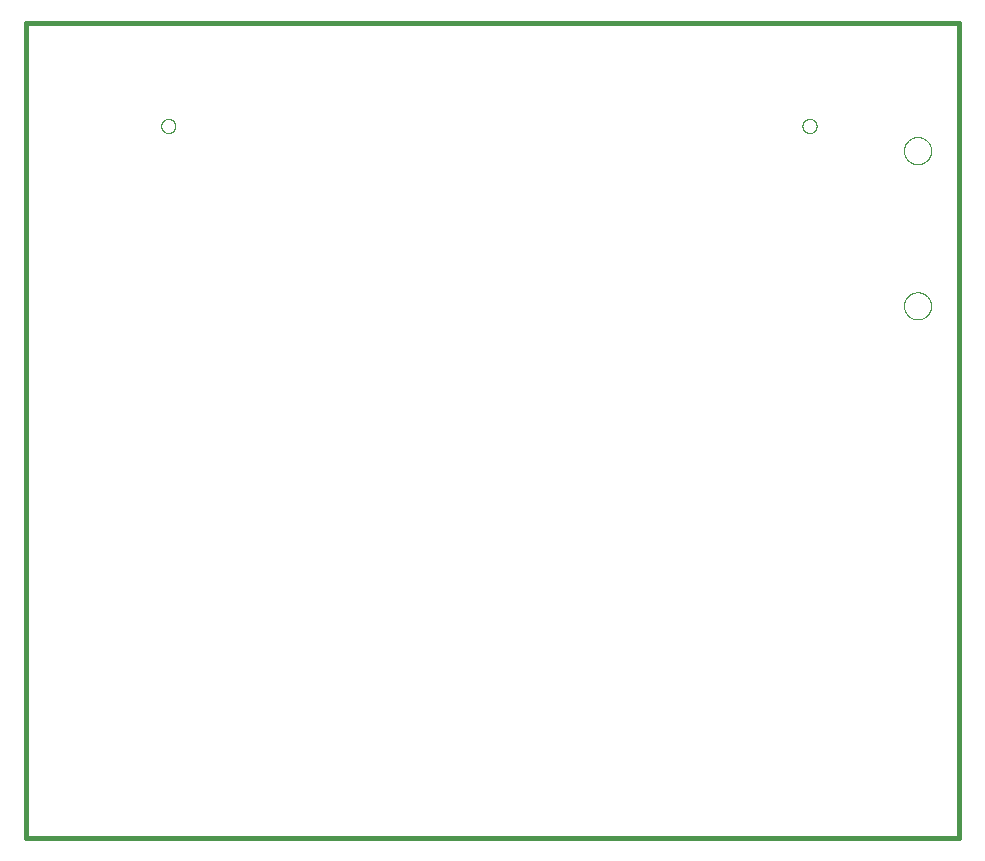
<source format=gko>
G75*
%MOIN*%
%OFA0B0*%
%FSLAX25Y25*%
%IPPOS*%
%LPD*%
%AMOC8*
5,1,8,0,0,1.08239X$1,22.5*
%
%ADD10C,0.01600*%
%ADD11C,0.00000*%
D10*
X0001800Y0001800D02*
X0001800Y0273454D01*
X0312824Y0273454D01*
X0312824Y0001800D01*
X0001800Y0001800D01*
D11*
X0046918Y0239167D02*
X0046920Y0239264D01*
X0046926Y0239361D01*
X0046936Y0239457D01*
X0046950Y0239553D01*
X0046968Y0239649D01*
X0046989Y0239743D01*
X0047015Y0239837D01*
X0047044Y0239929D01*
X0047078Y0240020D01*
X0047114Y0240110D01*
X0047155Y0240198D01*
X0047199Y0240284D01*
X0047247Y0240369D01*
X0047298Y0240451D01*
X0047352Y0240532D01*
X0047410Y0240610D01*
X0047471Y0240685D01*
X0047534Y0240758D01*
X0047601Y0240829D01*
X0047671Y0240896D01*
X0047743Y0240961D01*
X0047818Y0241022D01*
X0047896Y0241081D01*
X0047975Y0241136D01*
X0048057Y0241188D01*
X0048141Y0241236D01*
X0048227Y0241281D01*
X0048315Y0241323D01*
X0048404Y0241361D01*
X0048495Y0241395D01*
X0048587Y0241425D01*
X0048680Y0241452D01*
X0048775Y0241474D01*
X0048870Y0241493D01*
X0048966Y0241508D01*
X0049062Y0241519D01*
X0049159Y0241526D01*
X0049256Y0241529D01*
X0049353Y0241528D01*
X0049450Y0241523D01*
X0049546Y0241514D01*
X0049642Y0241501D01*
X0049738Y0241484D01*
X0049833Y0241463D01*
X0049926Y0241439D01*
X0050019Y0241410D01*
X0050111Y0241378D01*
X0050201Y0241342D01*
X0050289Y0241303D01*
X0050376Y0241259D01*
X0050461Y0241213D01*
X0050544Y0241162D01*
X0050625Y0241109D01*
X0050703Y0241052D01*
X0050780Y0240992D01*
X0050853Y0240929D01*
X0050924Y0240863D01*
X0050992Y0240794D01*
X0051058Y0240722D01*
X0051120Y0240648D01*
X0051179Y0240571D01*
X0051235Y0240492D01*
X0051288Y0240410D01*
X0051338Y0240327D01*
X0051383Y0240241D01*
X0051426Y0240154D01*
X0051465Y0240065D01*
X0051500Y0239975D01*
X0051531Y0239883D01*
X0051558Y0239790D01*
X0051582Y0239696D01*
X0051602Y0239601D01*
X0051618Y0239505D01*
X0051630Y0239409D01*
X0051638Y0239312D01*
X0051642Y0239215D01*
X0051642Y0239119D01*
X0051638Y0239022D01*
X0051630Y0238925D01*
X0051618Y0238829D01*
X0051602Y0238733D01*
X0051582Y0238638D01*
X0051558Y0238544D01*
X0051531Y0238451D01*
X0051500Y0238359D01*
X0051465Y0238269D01*
X0051426Y0238180D01*
X0051383Y0238093D01*
X0051338Y0238007D01*
X0051288Y0237924D01*
X0051235Y0237842D01*
X0051179Y0237763D01*
X0051120Y0237686D01*
X0051058Y0237612D01*
X0050992Y0237540D01*
X0050924Y0237471D01*
X0050853Y0237405D01*
X0050780Y0237342D01*
X0050703Y0237282D01*
X0050625Y0237225D01*
X0050544Y0237172D01*
X0050461Y0237121D01*
X0050376Y0237075D01*
X0050289Y0237031D01*
X0050201Y0236992D01*
X0050111Y0236956D01*
X0050019Y0236924D01*
X0049926Y0236895D01*
X0049833Y0236871D01*
X0049738Y0236850D01*
X0049642Y0236833D01*
X0049546Y0236820D01*
X0049450Y0236811D01*
X0049353Y0236806D01*
X0049256Y0236805D01*
X0049159Y0236808D01*
X0049062Y0236815D01*
X0048966Y0236826D01*
X0048870Y0236841D01*
X0048775Y0236860D01*
X0048680Y0236882D01*
X0048587Y0236909D01*
X0048495Y0236939D01*
X0048404Y0236973D01*
X0048315Y0237011D01*
X0048227Y0237053D01*
X0048141Y0237098D01*
X0048057Y0237146D01*
X0047975Y0237198D01*
X0047896Y0237253D01*
X0047818Y0237312D01*
X0047743Y0237373D01*
X0047671Y0237438D01*
X0047601Y0237505D01*
X0047534Y0237576D01*
X0047471Y0237649D01*
X0047410Y0237724D01*
X0047352Y0237802D01*
X0047298Y0237883D01*
X0047247Y0237965D01*
X0047199Y0238050D01*
X0047155Y0238136D01*
X0047114Y0238224D01*
X0047078Y0238314D01*
X0047044Y0238405D01*
X0047015Y0238497D01*
X0046989Y0238591D01*
X0046968Y0238685D01*
X0046950Y0238781D01*
X0046936Y0238877D01*
X0046926Y0238973D01*
X0046920Y0239070D01*
X0046918Y0239167D01*
X0260658Y0239167D02*
X0260660Y0239264D01*
X0260666Y0239361D01*
X0260676Y0239457D01*
X0260690Y0239553D01*
X0260708Y0239649D01*
X0260729Y0239743D01*
X0260755Y0239837D01*
X0260784Y0239929D01*
X0260818Y0240020D01*
X0260854Y0240110D01*
X0260895Y0240198D01*
X0260939Y0240284D01*
X0260987Y0240369D01*
X0261038Y0240451D01*
X0261092Y0240532D01*
X0261150Y0240610D01*
X0261211Y0240685D01*
X0261274Y0240758D01*
X0261341Y0240829D01*
X0261411Y0240896D01*
X0261483Y0240961D01*
X0261558Y0241022D01*
X0261636Y0241081D01*
X0261715Y0241136D01*
X0261797Y0241188D01*
X0261881Y0241236D01*
X0261967Y0241281D01*
X0262055Y0241323D01*
X0262144Y0241361D01*
X0262235Y0241395D01*
X0262327Y0241425D01*
X0262420Y0241452D01*
X0262515Y0241474D01*
X0262610Y0241493D01*
X0262706Y0241508D01*
X0262802Y0241519D01*
X0262899Y0241526D01*
X0262996Y0241529D01*
X0263093Y0241528D01*
X0263190Y0241523D01*
X0263286Y0241514D01*
X0263382Y0241501D01*
X0263478Y0241484D01*
X0263573Y0241463D01*
X0263666Y0241439D01*
X0263759Y0241410D01*
X0263851Y0241378D01*
X0263941Y0241342D01*
X0264029Y0241303D01*
X0264116Y0241259D01*
X0264201Y0241213D01*
X0264284Y0241162D01*
X0264365Y0241109D01*
X0264443Y0241052D01*
X0264520Y0240992D01*
X0264593Y0240929D01*
X0264664Y0240863D01*
X0264732Y0240794D01*
X0264798Y0240722D01*
X0264860Y0240648D01*
X0264919Y0240571D01*
X0264975Y0240492D01*
X0265028Y0240410D01*
X0265078Y0240327D01*
X0265123Y0240241D01*
X0265166Y0240154D01*
X0265205Y0240065D01*
X0265240Y0239975D01*
X0265271Y0239883D01*
X0265298Y0239790D01*
X0265322Y0239696D01*
X0265342Y0239601D01*
X0265358Y0239505D01*
X0265370Y0239409D01*
X0265378Y0239312D01*
X0265382Y0239215D01*
X0265382Y0239119D01*
X0265378Y0239022D01*
X0265370Y0238925D01*
X0265358Y0238829D01*
X0265342Y0238733D01*
X0265322Y0238638D01*
X0265298Y0238544D01*
X0265271Y0238451D01*
X0265240Y0238359D01*
X0265205Y0238269D01*
X0265166Y0238180D01*
X0265123Y0238093D01*
X0265078Y0238007D01*
X0265028Y0237924D01*
X0264975Y0237842D01*
X0264919Y0237763D01*
X0264860Y0237686D01*
X0264798Y0237612D01*
X0264732Y0237540D01*
X0264664Y0237471D01*
X0264593Y0237405D01*
X0264520Y0237342D01*
X0264443Y0237282D01*
X0264365Y0237225D01*
X0264284Y0237172D01*
X0264201Y0237121D01*
X0264116Y0237075D01*
X0264029Y0237031D01*
X0263941Y0236992D01*
X0263851Y0236956D01*
X0263759Y0236924D01*
X0263666Y0236895D01*
X0263573Y0236871D01*
X0263478Y0236850D01*
X0263382Y0236833D01*
X0263286Y0236820D01*
X0263190Y0236811D01*
X0263093Y0236806D01*
X0262996Y0236805D01*
X0262899Y0236808D01*
X0262802Y0236815D01*
X0262706Y0236826D01*
X0262610Y0236841D01*
X0262515Y0236860D01*
X0262420Y0236882D01*
X0262327Y0236909D01*
X0262235Y0236939D01*
X0262144Y0236973D01*
X0262055Y0237011D01*
X0261967Y0237053D01*
X0261881Y0237098D01*
X0261797Y0237146D01*
X0261715Y0237198D01*
X0261636Y0237253D01*
X0261558Y0237312D01*
X0261483Y0237373D01*
X0261411Y0237438D01*
X0261341Y0237505D01*
X0261274Y0237576D01*
X0261211Y0237649D01*
X0261150Y0237724D01*
X0261092Y0237802D01*
X0261038Y0237883D01*
X0260987Y0237965D01*
X0260939Y0238050D01*
X0260895Y0238136D01*
X0260854Y0238224D01*
X0260818Y0238314D01*
X0260784Y0238405D01*
X0260755Y0238497D01*
X0260729Y0238591D01*
X0260708Y0238685D01*
X0260690Y0238781D01*
X0260676Y0238877D01*
X0260666Y0238973D01*
X0260660Y0239070D01*
X0260658Y0239167D01*
X0294500Y0230941D02*
X0294502Y0231075D01*
X0294508Y0231209D01*
X0294518Y0231343D01*
X0294532Y0231477D01*
X0294550Y0231610D01*
X0294571Y0231742D01*
X0294597Y0231874D01*
X0294627Y0232005D01*
X0294660Y0232135D01*
X0294697Y0232263D01*
X0294739Y0232391D01*
X0294783Y0232518D01*
X0294832Y0232643D01*
X0294884Y0232766D01*
X0294940Y0232888D01*
X0295000Y0233009D01*
X0295063Y0233127D01*
X0295129Y0233244D01*
X0295199Y0233358D01*
X0295272Y0233471D01*
X0295349Y0233581D01*
X0295429Y0233689D01*
X0295512Y0233794D01*
X0295598Y0233897D01*
X0295687Y0233997D01*
X0295779Y0234095D01*
X0295874Y0234190D01*
X0295972Y0234282D01*
X0296072Y0234371D01*
X0296175Y0234457D01*
X0296280Y0234540D01*
X0296388Y0234620D01*
X0296498Y0234697D01*
X0296611Y0234770D01*
X0296725Y0234840D01*
X0296842Y0234906D01*
X0296960Y0234969D01*
X0297081Y0235029D01*
X0297203Y0235085D01*
X0297326Y0235137D01*
X0297451Y0235186D01*
X0297578Y0235230D01*
X0297706Y0235272D01*
X0297834Y0235309D01*
X0297964Y0235342D01*
X0298095Y0235372D01*
X0298227Y0235398D01*
X0298359Y0235419D01*
X0298492Y0235437D01*
X0298626Y0235451D01*
X0298760Y0235461D01*
X0298894Y0235467D01*
X0299028Y0235469D01*
X0299162Y0235467D01*
X0299296Y0235461D01*
X0299430Y0235451D01*
X0299564Y0235437D01*
X0299697Y0235419D01*
X0299829Y0235398D01*
X0299961Y0235372D01*
X0300092Y0235342D01*
X0300222Y0235309D01*
X0300350Y0235272D01*
X0300478Y0235230D01*
X0300605Y0235186D01*
X0300730Y0235137D01*
X0300853Y0235085D01*
X0300975Y0235029D01*
X0301096Y0234969D01*
X0301214Y0234906D01*
X0301331Y0234840D01*
X0301445Y0234770D01*
X0301558Y0234697D01*
X0301668Y0234620D01*
X0301776Y0234540D01*
X0301881Y0234457D01*
X0301984Y0234371D01*
X0302084Y0234282D01*
X0302182Y0234190D01*
X0302277Y0234095D01*
X0302369Y0233997D01*
X0302458Y0233897D01*
X0302544Y0233794D01*
X0302627Y0233689D01*
X0302707Y0233581D01*
X0302784Y0233471D01*
X0302857Y0233358D01*
X0302927Y0233244D01*
X0302993Y0233127D01*
X0303056Y0233009D01*
X0303116Y0232888D01*
X0303172Y0232766D01*
X0303224Y0232643D01*
X0303273Y0232518D01*
X0303317Y0232391D01*
X0303359Y0232263D01*
X0303396Y0232135D01*
X0303429Y0232005D01*
X0303459Y0231874D01*
X0303485Y0231742D01*
X0303506Y0231610D01*
X0303524Y0231477D01*
X0303538Y0231343D01*
X0303548Y0231209D01*
X0303554Y0231075D01*
X0303556Y0230941D01*
X0303554Y0230807D01*
X0303548Y0230673D01*
X0303538Y0230539D01*
X0303524Y0230405D01*
X0303506Y0230272D01*
X0303485Y0230140D01*
X0303459Y0230008D01*
X0303429Y0229877D01*
X0303396Y0229747D01*
X0303359Y0229619D01*
X0303317Y0229491D01*
X0303273Y0229364D01*
X0303224Y0229239D01*
X0303172Y0229116D01*
X0303116Y0228994D01*
X0303056Y0228873D01*
X0302993Y0228755D01*
X0302927Y0228638D01*
X0302857Y0228524D01*
X0302784Y0228411D01*
X0302707Y0228301D01*
X0302627Y0228193D01*
X0302544Y0228088D01*
X0302458Y0227985D01*
X0302369Y0227885D01*
X0302277Y0227787D01*
X0302182Y0227692D01*
X0302084Y0227600D01*
X0301984Y0227511D01*
X0301881Y0227425D01*
X0301776Y0227342D01*
X0301668Y0227262D01*
X0301558Y0227185D01*
X0301445Y0227112D01*
X0301331Y0227042D01*
X0301214Y0226976D01*
X0301096Y0226913D01*
X0300975Y0226853D01*
X0300853Y0226797D01*
X0300730Y0226745D01*
X0300605Y0226696D01*
X0300478Y0226652D01*
X0300350Y0226610D01*
X0300222Y0226573D01*
X0300092Y0226540D01*
X0299961Y0226510D01*
X0299829Y0226484D01*
X0299697Y0226463D01*
X0299564Y0226445D01*
X0299430Y0226431D01*
X0299296Y0226421D01*
X0299162Y0226415D01*
X0299028Y0226413D01*
X0298894Y0226415D01*
X0298760Y0226421D01*
X0298626Y0226431D01*
X0298492Y0226445D01*
X0298359Y0226463D01*
X0298227Y0226484D01*
X0298095Y0226510D01*
X0297964Y0226540D01*
X0297834Y0226573D01*
X0297706Y0226610D01*
X0297578Y0226652D01*
X0297451Y0226696D01*
X0297326Y0226745D01*
X0297203Y0226797D01*
X0297081Y0226853D01*
X0296960Y0226913D01*
X0296842Y0226976D01*
X0296725Y0227042D01*
X0296611Y0227112D01*
X0296498Y0227185D01*
X0296388Y0227262D01*
X0296280Y0227342D01*
X0296175Y0227425D01*
X0296072Y0227511D01*
X0295972Y0227600D01*
X0295874Y0227692D01*
X0295779Y0227787D01*
X0295687Y0227885D01*
X0295598Y0227985D01*
X0295512Y0228088D01*
X0295429Y0228193D01*
X0295349Y0228301D01*
X0295272Y0228411D01*
X0295199Y0228524D01*
X0295129Y0228638D01*
X0295063Y0228755D01*
X0295000Y0228873D01*
X0294940Y0228994D01*
X0294884Y0229116D01*
X0294832Y0229239D01*
X0294783Y0229364D01*
X0294739Y0229491D01*
X0294697Y0229619D01*
X0294660Y0229747D01*
X0294627Y0229877D01*
X0294597Y0230008D01*
X0294571Y0230140D01*
X0294550Y0230272D01*
X0294532Y0230405D01*
X0294518Y0230539D01*
X0294508Y0230673D01*
X0294502Y0230807D01*
X0294500Y0230941D01*
X0294500Y0179209D02*
X0294502Y0179343D01*
X0294508Y0179477D01*
X0294518Y0179611D01*
X0294532Y0179745D01*
X0294550Y0179878D01*
X0294571Y0180010D01*
X0294597Y0180142D01*
X0294627Y0180273D01*
X0294660Y0180403D01*
X0294697Y0180531D01*
X0294739Y0180659D01*
X0294783Y0180786D01*
X0294832Y0180911D01*
X0294884Y0181034D01*
X0294940Y0181156D01*
X0295000Y0181277D01*
X0295063Y0181395D01*
X0295129Y0181512D01*
X0295199Y0181626D01*
X0295272Y0181739D01*
X0295349Y0181849D01*
X0295429Y0181957D01*
X0295512Y0182062D01*
X0295598Y0182165D01*
X0295687Y0182265D01*
X0295779Y0182363D01*
X0295874Y0182458D01*
X0295972Y0182550D01*
X0296072Y0182639D01*
X0296175Y0182725D01*
X0296280Y0182808D01*
X0296388Y0182888D01*
X0296498Y0182965D01*
X0296611Y0183038D01*
X0296725Y0183108D01*
X0296842Y0183174D01*
X0296960Y0183237D01*
X0297081Y0183297D01*
X0297203Y0183353D01*
X0297326Y0183405D01*
X0297451Y0183454D01*
X0297578Y0183498D01*
X0297706Y0183540D01*
X0297834Y0183577D01*
X0297964Y0183610D01*
X0298095Y0183640D01*
X0298227Y0183666D01*
X0298359Y0183687D01*
X0298492Y0183705D01*
X0298626Y0183719D01*
X0298760Y0183729D01*
X0298894Y0183735D01*
X0299028Y0183737D01*
X0299162Y0183735D01*
X0299296Y0183729D01*
X0299430Y0183719D01*
X0299564Y0183705D01*
X0299697Y0183687D01*
X0299829Y0183666D01*
X0299961Y0183640D01*
X0300092Y0183610D01*
X0300222Y0183577D01*
X0300350Y0183540D01*
X0300478Y0183498D01*
X0300605Y0183454D01*
X0300730Y0183405D01*
X0300853Y0183353D01*
X0300975Y0183297D01*
X0301096Y0183237D01*
X0301214Y0183174D01*
X0301331Y0183108D01*
X0301445Y0183038D01*
X0301558Y0182965D01*
X0301668Y0182888D01*
X0301776Y0182808D01*
X0301881Y0182725D01*
X0301984Y0182639D01*
X0302084Y0182550D01*
X0302182Y0182458D01*
X0302277Y0182363D01*
X0302369Y0182265D01*
X0302458Y0182165D01*
X0302544Y0182062D01*
X0302627Y0181957D01*
X0302707Y0181849D01*
X0302784Y0181739D01*
X0302857Y0181626D01*
X0302927Y0181512D01*
X0302993Y0181395D01*
X0303056Y0181277D01*
X0303116Y0181156D01*
X0303172Y0181034D01*
X0303224Y0180911D01*
X0303273Y0180786D01*
X0303317Y0180659D01*
X0303359Y0180531D01*
X0303396Y0180403D01*
X0303429Y0180273D01*
X0303459Y0180142D01*
X0303485Y0180010D01*
X0303506Y0179878D01*
X0303524Y0179745D01*
X0303538Y0179611D01*
X0303548Y0179477D01*
X0303554Y0179343D01*
X0303556Y0179209D01*
X0303554Y0179075D01*
X0303548Y0178941D01*
X0303538Y0178807D01*
X0303524Y0178673D01*
X0303506Y0178540D01*
X0303485Y0178408D01*
X0303459Y0178276D01*
X0303429Y0178145D01*
X0303396Y0178015D01*
X0303359Y0177887D01*
X0303317Y0177759D01*
X0303273Y0177632D01*
X0303224Y0177507D01*
X0303172Y0177384D01*
X0303116Y0177262D01*
X0303056Y0177141D01*
X0302993Y0177023D01*
X0302927Y0176906D01*
X0302857Y0176792D01*
X0302784Y0176679D01*
X0302707Y0176569D01*
X0302627Y0176461D01*
X0302544Y0176356D01*
X0302458Y0176253D01*
X0302369Y0176153D01*
X0302277Y0176055D01*
X0302182Y0175960D01*
X0302084Y0175868D01*
X0301984Y0175779D01*
X0301881Y0175693D01*
X0301776Y0175610D01*
X0301668Y0175530D01*
X0301558Y0175453D01*
X0301445Y0175380D01*
X0301331Y0175310D01*
X0301214Y0175244D01*
X0301096Y0175181D01*
X0300975Y0175121D01*
X0300853Y0175065D01*
X0300730Y0175013D01*
X0300605Y0174964D01*
X0300478Y0174920D01*
X0300350Y0174878D01*
X0300222Y0174841D01*
X0300092Y0174808D01*
X0299961Y0174778D01*
X0299829Y0174752D01*
X0299697Y0174731D01*
X0299564Y0174713D01*
X0299430Y0174699D01*
X0299296Y0174689D01*
X0299162Y0174683D01*
X0299028Y0174681D01*
X0298894Y0174683D01*
X0298760Y0174689D01*
X0298626Y0174699D01*
X0298492Y0174713D01*
X0298359Y0174731D01*
X0298227Y0174752D01*
X0298095Y0174778D01*
X0297964Y0174808D01*
X0297834Y0174841D01*
X0297706Y0174878D01*
X0297578Y0174920D01*
X0297451Y0174964D01*
X0297326Y0175013D01*
X0297203Y0175065D01*
X0297081Y0175121D01*
X0296960Y0175181D01*
X0296842Y0175244D01*
X0296725Y0175310D01*
X0296611Y0175380D01*
X0296498Y0175453D01*
X0296388Y0175530D01*
X0296280Y0175610D01*
X0296175Y0175693D01*
X0296072Y0175779D01*
X0295972Y0175868D01*
X0295874Y0175960D01*
X0295779Y0176055D01*
X0295687Y0176153D01*
X0295598Y0176253D01*
X0295512Y0176356D01*
X0295429Y0176461D01*
X0295349Y0176569D01*
X0295272Y0176679D01*
X0295199Y0176792D01*
X0295129Y0176906D01*
X0295063Y0177023D01*
X0295000Y0177141D01*
X0294940Y0177262D01*
X0294884Y0177384D01*
X0294832Y0177507D01*
X0294783Y0177632D01*
X0294739Y0177759D01*
X0294697Y0177887D01*
X0294660Y0178015D01*
X0294627Y0178145D01*
X0294597Y0178276D01*
X0294571Y0178408D01*
X0294550Y0178540D01*
X0294532Y0178673D01*
X0294518Y0178807D01*
X0294508Y0178941D01*
X0294502Y0179075D01*
X0294500Y0179209D01*
M02*

</source>
